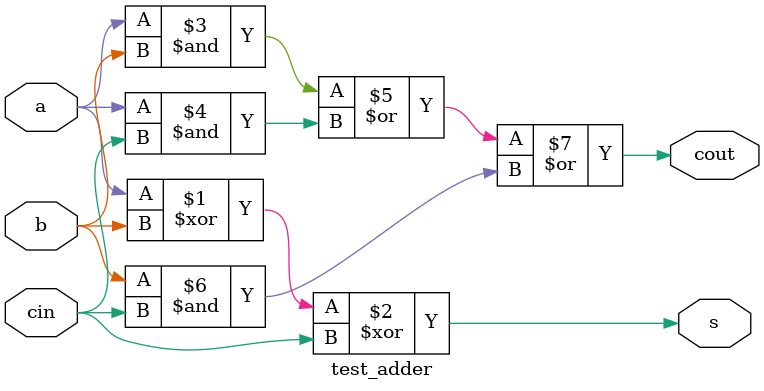
<source format=v>
module test_adder(a, b, s, cin, cout);
	input a;
	input b;
	input cin;
	
	output s;
	output cout;

	assign s =  a ^ b ^ cin;
	assign cout =  a & b | a & cin | b & cin;
endmodule // test_adder

</source>
